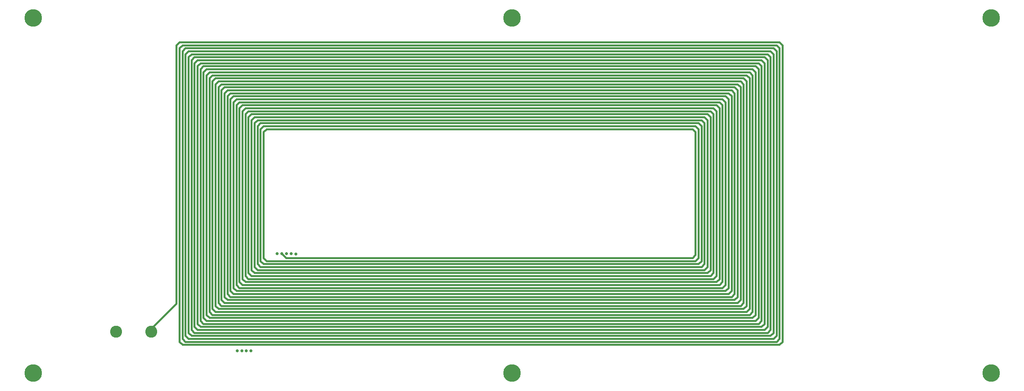
<source format=gtl>
%TF.GenerationSoftware,KiCad,Pcbnew,8.0.8*%
%TF.CreationDate,2025-03-15T17:30:35-07:00*%
%TF.ProjectId,Coil_Panel_XY,436f696c-5f50-4616-9e65-6c5f58592e6b,2.1*%
%TF.SameCoordinates,Original*%
%TF.FileFunction,Copper,L1,Top*%
%TF.FilePolarity,Positive*%
%FSLAX46Y46*%
G04 Gerber Fmt 4.6, Leading zero omitted, Abs format (unit mm)*
G04 Created by KiCad (PCBNEW 8.0.8) date 2025-03-15 17:30:35*
%MOMM*%
%LPD*%
G01*
G04 APERTURE LIST*
%TA.AperFunction,ComponentPad*%
%ADD10C,2.600000*%
%TD*%
%TA.AperFunction,ConnectorPad*%
%ADD11C,3.800000*%
%TD*%
%TA.AperFunction,ViaPad*%
%ADD12C,0.650000*%
%TD*%
%TA.AperFunction,Conductor*%
%ADD13C,0.450000*%
%TD*%
G04 APERTURE END LIST*
D10*
X52371631Y-50586000D03*
D11*
X52371631Y-50586000D03*
D10*
X70348000Y-118626000D03*
X77968000Y-118626000D03*
X156121631Y-50586000D03*
D11*
X156121631Y-50586000D03*
D10*
X259871631Y-127586000D03*
D11*
X259871631Y-127586000D03*
D10*
X156121631Y-127586000D03*
D11*
X156121631Y-127586000D03*
D10*
X52371631Y-127586000D03*
D11*
X52371631Y-127586000D03*
D10*
X259871631Y-50586000D03*
D11*
X259871631Y-50586000D03*
D12*
X106269688Y-101733880D03*
X97633688Y-122783880D03*
X99568000Y-122783880D03*
X96617688Y-122783880D03*
X107285688Y-101733880D03*
X108301688Y-101733880D03*
X109317688Y-101756312D03*
X98552000Y-122783880D03*
X105253688Y-101733880D03*
D13*
X90543689Y-63621380D02*
X90543689Y-114321380D01*
X98343688Y-107821380D02*
X97693689Y-107171380D01*
X212743689Y-118871380D02*
X212093689Y-119521380D01*
X208843688Y-114971380D02*
X208193689Y-115621380D01*
X90543688Y-115621380D02*
X89893688Y-114971380D01*
X196493689Y-103921380D02*
X102243688Y-103921380D01*
X202343689Y-109771380D02*
X96393688Y-109771380D01*
X98993689Y-72071380D02*
X99643688Y-71421380D01*
X200393689Y-69471380D02*
X201043689Y-70121380D01*
X92493688Y-113671380D02*
X91843688Y-113021380D01*
X214043689Y-120171380D02*
X214043689Y-57121380D01*
X87943689Y-61021380D02*
X87943689Y-116921380D01*
X200393688Y-70771380D02*
X200393688Y-106521380D01*
X99643689Y-72721380D02*
X100293689Y-72071380D01*
X91843688Y-63621380D02*
X206243689Y-63621380D01*
X204293689Y-110421380D02*
X203643689Y-111071380D01*
X201693689Y-69471380D02*
X201693689Y-107821380D01*
X214043689Y-55821380D02*
X84043689Y-55821380D01*
X212093688Y-118221380D02*
X211443689Y-118871380D01*
X87293689Y-60371380D02*
X87293689Y-117571380D01*
X213393688Y-57771380D02*
X212743689Y-57121380D01*
X197793689Y-105221380D02*
X100943689Y-105221380D01*
X211443689Y-118871380D02*
X87293688Y-118871380D01*
X197143688Y-74021380D02*
X197143688Y-103271380D01*
X203643689Y-66221380D02*
X204293689Y-66871380D01*
X85343688Y-120821380D02*
X213393689Y-120821380D01*
X197143688Y-103271380D02*
X196493689Y-103921380D01*
X206893689Y-114321380D02*
X91843688Y-114321380D01*
X91193689Y-62971380D02*
X206893689Y-62971380D01*
X201043689Y-108471380D02*
X97693689Y-108471380D01*
X85993688Y-120171380D02*
X212743689Y-120171380D01*
X212093688Y-59071380D02*
X212093688Y-118221380D01*
X98993688Y-107171380D02*
X98343688Y-106521380D01*
X95093689Y-68171380D02*
X95743689Y-67521380D01*
X201693689Y-109121380D02*
X97043688Y-109121380D01*
X92493689Y-64271380D02*
X205593689Y-64271380D01*
X101593689Y-74671380D02*
X102243689Y-74021380D01*
X100943689Y-72721380D02*
X197143689Y-72721380D01*
X100293689Y-73371380D02*
X100943689Y-72721380D01*
X207543689Y-63621380D02*
X207543689Y-113671380D01*
X83393689Y-56471380D02*
X83393689Y-112537379D01*
X206893688Y-113021380D02*
X206243689Y-113671380D01*
X95743689Y-68821380D02*
X96393688Y-68171380D01*
X86643689Y-59721380D02*
X86643689Y-118221379D01*
X84693689Y-120171380D02*
X85343688Y-120821380D01*
X89893689Y-62971380D02*
X89893689Y-114971379D01*
X195193689Y-102621380D02*
X195843688Y-101971380D01*
X206243689Y-64921380D02*
X206243689Y-112371380D01*
X97693689Y-70771380D02*
X97693689Y-107171380D01*
X209493689Y-60371380D02*
X210143688Y-61021380D01*
X99643689Y-72721380D02*
X99643689Y-105221379D01*
X201043689Y-107171380D02*
X200393689Y-107821380D01*
X214693689Y-120821380D02*
X214693689Y-56471380D01*
X206243689Y-63621380D02*
X206893688Y-64271380D01*
X92493689Y-65571380D02*
X93143688Y-64921380D01*
X85343689Y-58421380D02*
X85993689Y-57771380D01*
X91193689Y-64271380D02*
X91843688Y-63621380D01*
X205593688Y-65571380D02*
X205593688Y-111721380D01*
X204293689Y-111721380D02*
X94443689Y-111721380D01*
X87293689Y-59071380D02*
X210793689Y-59071380D01*
X206243689Y-112371380D02*
X205593689Y-113021380D01*
X98993689Y-70771380D02*
X199093689Y-70771380D01*
X91843689Y-64921380D02*
X92493689Y-64271380D01*
X100943689Y-74021380D02*
X101593688Y-73371380D01*
X208843689Y-116271380D02*
X89893688Y-116271380D01*
X201693689Y-68171380D02*
X202343688Y-68821380D01*
X198443689Y-72721380D02*
X198443689Y-104571380D01*
X93793688Y-112371380D02*
X93143688Y-111721380D01*
X214043689Y-121471380D02*
X214693689Y-120821380D01*
X195193689Y-74671380D02*
X102893688Y-74671380D01*
X85993689Y-59071380D02*
X86643688Y-58421380D01*
X95743689Y-68821380D02*
X95743689Y-109121379D01*
X96393688Y-109771380D02*
X95743689Y-109121380D01*
X84043689Y-57121380D02*
X84043689Y-120821380D01*
X94443689Y-66221380D02*
X203643689Y-66221380D01*
X85343688Y-57121380D02*
X84693689Y-57771380D01*
X212743689Y-57121380D02*
X85343688Y-57121380D01*
X210143689Y-59721380D02*
X210793689Y-60371380D01*
X196493689Y-73371380D02*
X197143688Y-74021380D01*
X90543689Y-63621380D02*
X91193689Y-62971380D01*
X101593689Y-74671380D02*
X101593689Y-103271380D01*
X213393689Y-56471380D02*
X84693689Y-56471380D01*
X101593688Y-104571380D02*
X100943689Y-103921380D01*
X102243689Y-75321380D02*
X102243689Y-102621379D01*
X195843689Y-74021380D02*
X196493689Y-74671380D01*
X206893689Y-62971380D02*
X207543689Y-63621380D01*
X87943689Y-61021380D02*
X88593688Y-60371380D01*
X102893688Y-74671380D02*
X102243689Y-75321380D01*
X202993689Y-110421380D02*
X95743688Y-110421380D01*
X102893688Y-103271380D02*
X102243689Y-102621380D01*
X88593689Y-61671380D02*
X88593689Y-116271380D01*
X97043689Y-70121380D02*
X97043689Y-107821380D01*
X208193689Y-62971380D02*
X208193689Y-114321380D01*
X97693689Y-70771380D02*
X98343688Y-70121380D01*
X212743689Y-58421380D02*
X212743689Y-118871380D01*
X205593689Y-64271380D02*
X206243689Y-64921380D01*
X204943689Y-112371380D02*
X93793688Y-112371380D01*
X195843688Y-75321380D02*
X195193689Y-74671380D01*
X206893688Y-64271380D02*
X206893688Y-113021380D01*
X84043689Y-55821380D02*
X83393689Y-56471380D01*
X95743689Y-67521380D02*
X202343689Y-67521380D01*
X199093689Y-106521380D02*
X99643688Y-106521380D01*
X199743689Y-105871380D02*
X199093689Y-106521380D01*
X91193689Y-114971380D02*
X90543689Y-114321380D01*
X195843688Y-101971380D02*
X195843688Y-75321380D01*
X203643688Y-109771380D02*
X202993689Y-110421380D01*
X106269688Y-101733880D02*
X107157188Y-102621380D01*
X202993689Y-68171380D02*
X202993689Y-109121380D01*
X91843688Y-114321380D02*
X91193689Y-113671380D01*
X91843689Y-64921380D02*
X91843689Y-113021380D01*
X107157188Y-102621380D02*
X195193689Y-102621380D01*
X207543689Y-113671380D02*
X206893689Y-114321380D01*
X90543689Y-62321380D02*
X207543689Y-62321380D01*
X202343689Y-67521380D02*
X202993689Y-68171380D01*
X88593689Y-61671380D02*
X89243689Y-61021380D01*
X97043689Y-70121380D02*
X97693689Y-69471380D01*
X93793689Y-65571380D02*
X204293689Y-65571380D01*
X199743689Y-70121380D02*
X200393688Y-70771380D01*
X95093688Y-111071380D02*
X94443689Y-110421380D01*
X197793689Y-73371380D02*
X197793689Y-103921380D01*
X100943689Y-105221380D02*
X100293689Y-104571380D01*
X95093689Y-68171380D02*
X95093689Y-109771380D01*
X98993689Y-72071380D02*
X98993689Y-105871379D01*
X88593688Y-60371380D02*
X209493689Y-60371380D01*
X98343688Y-70121380D02*
X199743689Y-70121380D01*
X209493689Y-116921380D02*
X89243688Y-116921380D01*
X102243689Y-74021380D02*
X195843689Y-74021380D01*
X84693689Y-121471380D02*
X214043689Y-121471380D01*
X204943689Y-64921380D02*
X205593688Y-65571380D01*
X202993689Y-66871380D02*
X203643688Y-67521380D01*
X97043689Y-68821380D02*
X201043689Y-68821380D01*
X83393689Y-112537379D02*
X77968000Y-117963068D01*
X93143689Y-66221380D02*
X93143689Y-111721379D01*
X205593688Y-111721380D02*
X204943689Y-112371380D01*
X86643688Y-58421380D02*
X211443689Y-58421380D01*
X98343689Y-71421380D02*
X98343689Y-106521380D01*
X93793689Y-66871380D02*
X94443689Y-66221380D01*
X93793689Y-66871380D02*
X93793689Y-111071380D01*
X89243689Y-62321380D02*
X89893688Y-61671380D01*
X89893688Y-61671380D02*
X208193689Y-61671380D01*
X197143689Y-104571380D02*
X101593688Y-104571380D01*
X89243689Y-61021380D02*
X208843689Y-61021380D01*
X210143688Y-61021380D02*
X210143688Y-116271380D01*
X203643689Y-111071380D02*
X95093688Y-111071380D01*
X100293688Y-105871380D02*
X99643688Y-105221380D01*
X89243688Y-116921380D02*
X88593688Y-116271380D01*
X209493689Y-61671380D02*
X209493689Y-115621380D01*
X100943689Y-74021380D02*
X100943689Y-103921380D01*
X87943689Y-118221380D02*
X87293689Y-117571380D01*
X98343689Y-71421380D02*
X98993689Y-70771380D01*
X84043689Y-120821380D02*
X84693689Y-121471380D01*
X93143689Y-66221380D02*
X93793689Y-65571380D01*
X97693689Y-108471380D02*
X97043689Y-107821380D01*
X95093688Y-66871380D02*
X202993689Y-66871380D01*
X89243689Y-62321380D02*
X89243689Y-115621379D01*
X91193689Y-64271380D02*
X91193689Y-113671380D01*
X208193689Y-115621380D02*
X90543688Y-115621380D01*
X85343689Y-58421380D02*
X85343689Y-119521380D01*
X210793689Y-116921380D02*
X210143689Y-117571380D01*
X77968000Y-117963068D02*
X77968000Y-118626000D01*
X95743688Y-110421380D02*
X95093688Y-109771380D01*
X94443689Y-67521380D02*
X95093688Y-66871380D01*
X89893689Y-62971380D02*
X90543689Y-62321380D01*
X86643689Y-59721380D02*
X87293689Y-59071380D01*
X87943689Y-59721380D02*
X210143689Y-59721380D01*
X84693689Y-56471380D02*
X84043689Y-57121380D01*
X201043689Y-68821380D02*
X201693689Y-69471380D01*
X198443689Y-71421380D02*
X199093688Y-72071380D01*
X100293689Y-73371380D02*
X100293689Y-104571380D01*
X199743689Y-107171380D02*
X98993688Y-107171380D01*
X85343688Y-119521380D02*
X85993688Y-120171380D01*
X99643688Y-106521380D02*
X98993689Y-105871380D01*
X86643688Y-119521380D02*
X85993689Y-118871380D01*
X100293689Y-72071380D02*
X197793689Y-72071380D01*
X94443689Y-111721380D02*
X93793689Y-111071380D01*
X96393688Y-68171380D02*
X201693689Y-68171380D01*
X207543689Y-62321380D02*
X208193689Y-62971380D01*
X197143689Y-72721380D02*
X197793689Y-73371380D01*
X204943689Y-111071380D02*
X204293689Y-111721380D01*
X211443689Y-58421380D02*
X212093688Y-59071380D01*
X89893688Y-116271380D02*
X89243689Y-115621380D01*
X94443689Y-67521380D02*
X94443689Y-110421380D01*
X199093688Y-72071380D02*
X199093688Y-105221380D01*
X200393688Y-106521380D02*
X199743689Y-107171380D01*
X197793689Y-72071380D02*
X198443689Y-72721380D01*
X203643688Y-67521380D02*
X203643688Y-109771380D01*
X84693689Y-57771380D02*
X84693689Y-120171380D01*
X102243688Y-103921380D02*
X101593688Y-103271380D01*
X201043689Y-70121380D02*
X201043689Y-107171380D01*
X213393689Y-120821380D02*
X214043689Y-120171380D01*
X208843688Y-62321380D02*
X208843688Y-114971380D01*
X198443689Y-104571380D02*
X197793689Y-105221380D01*
X210793689Y-60371380D02*
X210793689Y-116921380D01*
X88593688Y-117571380D02*
X87943689Y-116921380D01*
X202993689Y-109121380D02*
X202343689Y-109771380D01*
X93143688Y-113021380D02*
X92493689Y-112371380D01*
X93143688Y-64921380D02*
X204943689Y-64921380D01*
X208193689Y-61671380D02*
X208843688Y-62321380D01*
X96393689Y-69471380D02*
X97043689Y-68821380D01*
X196493689Y-74671380D02*
X196493689Y-102621380D01*
X198443689Y-105871380D02*
X100293688Y-105871380D01*
X97693689Y-69471380D02*
X200393689Y-69471380D01*
X202343688Y-108471380D02*
X201693689Y-109121380D01*
X210793689Y-59071380D02*
X211443689Y-59721380D01*
X92493689Y-65571380D02*
X92493689Y-112371379D01*
X201693689Y-107821380D02*
X201043689Y-108471380D01*
X197793689Y-103921380D02*
X197143689Y-104571380D01*
X214693689Y-56471380D02*
X214043689Y-55821380D01*
X97043688Y-109121380D02*
X96393688Y-108471380D01*
X101593688Y-73371380D02*
X196493689Y-73371380D01*
X204943689Y-66221380D02*
X204943689Y-111071380D01*
X210793689Y-118221380D02*
X87943689Y-118221380D01*
X212093689Y-119521380D02*
X86643688Y-119521380D01*
X87293689Y-60371380D02*
X87943689Y-59721380D01*
X208193689Y-114321380D02*
X207543689Y-114971380D01*
X214043689Y-57121380D02*
X213393689Y-56471380D01*
X204293689Y-66871380D02*
X204293689Y-110421380D01*
X85993689Y-57771380D02*
X212093689Y-57771380D01*
X99643688Y-71421380D02*
X198443689Y-71421380D01*
X210143688Y-116271380D02*
X209493689Y-116921380D01*
X199743689Y-71421380D02*
X199743689Y-105871380D01*
X195843689Y-103271380D02*
X102893688Y-103271380D01*
X205593689Y-113021380D02*
X93143688Y-113021380D01*
X209493689Y-115621380D02*
X208843689Y-116271380D01*
X213393688Y-119521380D02*
X213393688Y-57771380D01*
X199093688Y-105221380D02*
X198443689Y-105871380D01*
X211443689Y-117571380D02*
X210793689Y-118221380D01*
X204293689Y-65571380D02*
X204943689Y-66221380D01*
X85993689Y-59071380D02*
X85993689Y-118871379D01*
X210143689Y-117571380D02*
X88593688Y-117571380D01*
X206243689Y-113671380D02*
X92493688Y-113671380D01*
X96393689Y-69471380D02*
X96393689Y-108471379D01*
X208843689Y-61021380D02*
X209493689Y-61671380D01*
X87293688Y-118871380D02*
X86643688Y-118221380D01*
X202343688Y-68821380D02*
X202343688Y-108471380D01*
X199093689Y-70771380D02*
X199743689Y-71421380D01*
X207543689Y-114971380D02*
X91193689Y-114971380D01*
X212093689Y-57771380D02*
X212743689Y-58421380D01*
X211443689Y-59721380D02*
X211443689Y-117571380D01*
X196493689Y-102621380D02*
X195843689Y-103271380D01*
X212743689Y-120171380D02*
X213393688Y-119521380D01*
X200393689Y-107821380D02*
X98343688Y-107821380D01*
M02*

</source>
